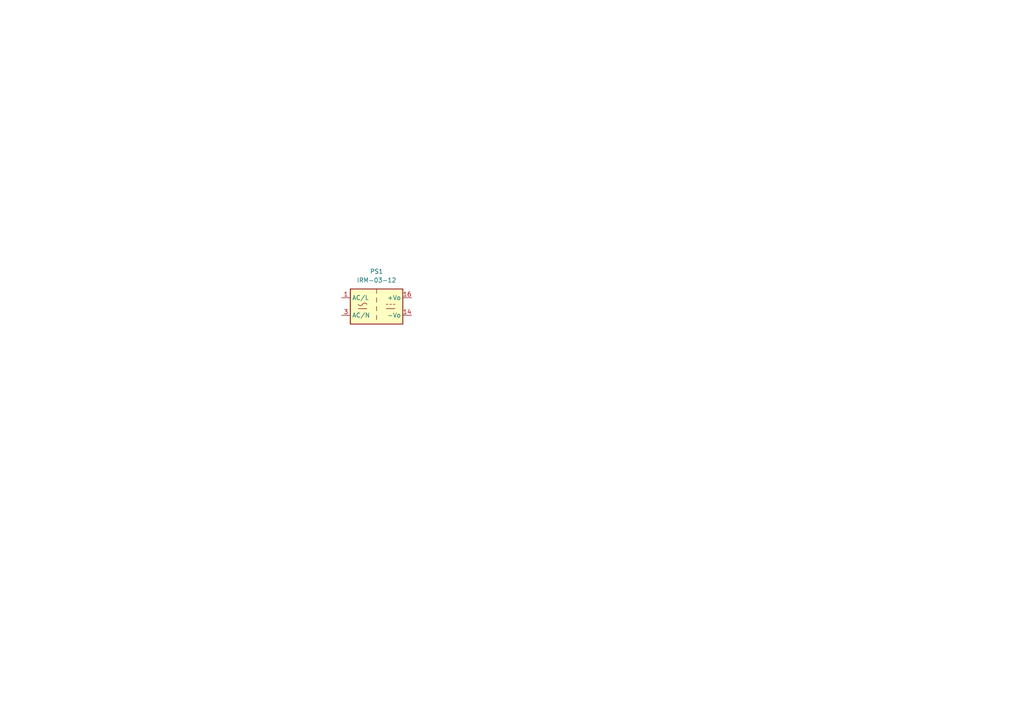
<source format=kicad_sch>
(kicad_sch (version 20230121) (generator eeschema)
  (paper "A4")
  (lib_symbols
    (symbol "Converter_ACDC:IRM-03-12"
      (property "Reference" "PS" (at 0 6.35 0))
      (property "Value" "IRM-03-12" (at 0 -6.35 0))
      (symbol "IRM-03-12_0_1"
        (rectangle (start -7.62 5.08) (end 7.62 -5.08) (stroke (width 0.254)) (fill (type background)))
        (arc (start -5.334 0.635) (mid -4.699 0.2495) (end -4.064 0.635))
        (arc (start -2.794 0.635) (mid -3.429 1.0072) (end -4.064 0.635))
        (polyline (pts (xy -5.334 -0.635) (xy -2.794 -0.635)))
        (polyline (pts (xy 0 -2.54) (xy 0 -3.81)))
        (polyline (pts (xy 0 0) (xy 0 -1.27)))
        (polyline (pts (xy 0 2.54) (xy 0 1.27)))
        (polyline (pts (xy 0 5.08) (xy 0 3.81)))
        (polyline (pts (xy 2.794 -0.635) (xy 5.334 -0.635)))
        (polyline (pts (xy 2.794 0.635) (xy 3.302 0.635)))
        (polyline (pts (xy 3.81 0.635) (xy 4.318 0.635)))
        (polyline (pts (xy 4.826 0.635) (xy 5.334 0.635)))
      )
      (symbol "IRM-03-12_1_1"
        (pin power_in line (at -10.16 2.54 0) (length 2.54) (name "AC/L") (number "1"))
        (pin power_out line (at 10.16 -2.54 180) (length 2.54) (name "-Vo") (number "14"))
        (pin power_out line (at 10.16 2.54 180) (length 2.54) (name "+Vo") (number "16"))
        (pin power_in line (at -10.16 -2.54 0) (length 2.54) (name "AC/N") (number "3"))
        (pin no_connect line (at -7.62 0 0) (length 2.54) hide (name "NC") (number "5"))
      )
    )
  )
  (symbol (lib_id "Converter_ACDC:IRM-03-12") (at 109.22 88.9 0) (unit 1)
    (property "Reference" "PS1" (at 109.22 78.74 0))
    (property "Value" "IRM-03-12" (at 109.22 81.28 0))
    (property "Footprint" "Converter_ACDC:Converter_ACDC_MeanWell_IRM-03-xx_THT" (effects hide))
    (property "Datasheet" "https://www.meanwell.com/Upload/PDF/IRM-03/IRM-03-SPEC.PDF" (effects hide))
  )
)
</source>
